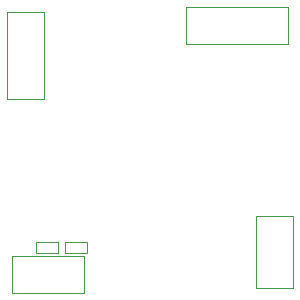
<source format=gbr>
%TF.GenerationSoftware,KiCad,Pcbnew,9.0.5-1.fc42*%
%TF.CreationDate,2025-12-03T05:13:32+01:00*%
%TF.ProjectId,Block-RotaryEncoder,426c6f63-6b2d-4526-9f74-617279456e63,1*%
%TF.SameCoordinates,Original*%
%TF.FileFunction,Other,User*%
%FSLAX46Y46*%
G04 Gerber Fmt 4.6, Leading zero omitted, Abs format (unit mm)*
G04 Created by KiCad (PCBNEW 9.0.5-1.fc42) date 2025-12-03 05:13:32*
%MOMM*%
%LPD*%
G01*
G04 APERTURE LIST*
%ADD10C,0.050000*%
G04 APERTURE END LIST*
D10*
%TO.C,J4*%
X127385000Y-122655000D02*
X133475000Y-122655000D01*
X127385000Y-125755000D02*
X127385000Y-122655000D01*
X133475000Y-122655000D02*
X133475000Y-125755000D01*
X133475000Y-125755000D02*
X127385000Y-125755000D01*
%TO.C,R2*%
X131888600Y-121475400D02*
X131888600Y-122415400D01*
X131888600Y-122415400D02*
X133748600Y-122415400D01*
X133748600Y-121475400D02*
X131888600Y-121475400D01*
X133748600Y-122415400D02*
X133748600Y-121475400D01*
%TO.C,R3*%
X129374000Y-121475400D02*
X129374000Y-122415400D01*
X129374000Y-122415400D02*
X131234000Y-122415400D01*
X131234000Y-121475400D02*
X129374000Y-121475400D01*
X131234000Y-122415400D02*
X131234000Y-121475400D01*
%TO.C,J2*%
X148055000Y-119255000D02*
X151155000Y-119255000D01*
X148055000Y-125345000D02*
X148055000Y-119255000D01*
X151155000Y-119255000D02*
X151155000Y-125345000D01*
X151155000Y-125345000D02*
X148055000Y-125345000D01*
%TO.C,J1*%
X126975000Y-101985000D02*
X130075000Y-101985000D01*
X126975000Y-109345000D02*
X126975000Y-101985000D01*
X130075000Y-101985000D02*
X130075000Y-109345000D01*
X130075000Y-109345000D02*
X126975000Y-109345000D01*
%TO.C,J3*%
X142115000Y-101575000D02*
X150745000Y-101575000D01*
X142115000Y-104675000D02*
X142115000Y-101575000D01*
X150745000Y-101575000D02*
X150745000Y-104675000D01*
X150745000Y-104675000D02*
X142115000Y-104675000D01*
%TD*%
M02*

</source>
